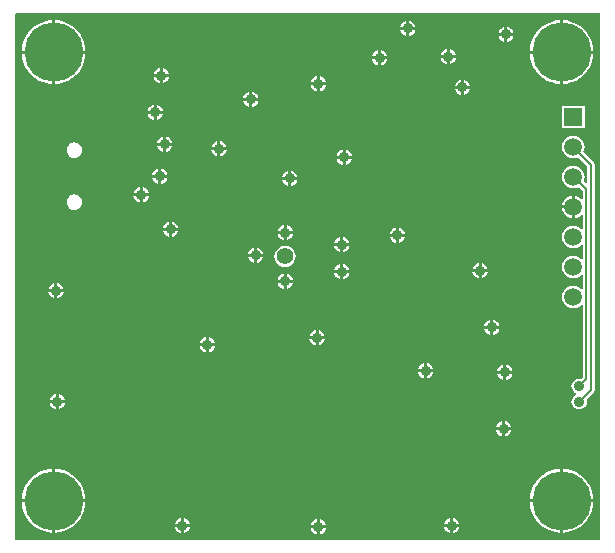
<source format=gbl>
%FSLAX43Y43*%
%MOMM*%
G71*
G01*
G75*
G04 Layer_Physical_Order=2*
G04 Layer_Color=16711680*
G04:AMPARAMS|DCode=10|XSize=1mm|YSize=0.8mm|CornerRadius=0.12mm|HoleSize=0mm|Usage=FLASHONLY|Rotation=270.000|XOffset=0mm|YOffset=0mm|HoleType=Round|Shape=RoundedRectangle|*
%AMROUNDEDRECTD10*
21,1,1.000,0.560,0,0,270.0*
21,1,0.760,0.800,0,0,270.0*
1,1,0.240,-0.280,-0.380*
1,1,0.240,-0.280,0.380*
1,1,0.240,0.280,0.380*
1,1,0.240,0.280,-0.380*
%
%ADD10ROUNDEDRECTD10*%
G04:AMPARAMS|DCode=11|XSize=1mm|YSize=0.8mm|CornerRadius=0.12mm|HoleSize=0mm|Usage=FLASHONLY|Rotation=0.000|XOffset=0mm|YOffset=0mm|HoleType=Round|Shape=RoundedRectangle|*
%AMROUNDEDRECTD11*
21,1,1.000,0.560,0,0,0.0*
21,1,0.760,0.800,0,0,0.0*
1,1,0.240,0.380,-0.280*
1,1,0.240,-0.380,-0.280*
1,1,0.240,-0.380,0.280*
1,1,0.240,0.380,0.280*
%
%ADD11ROUNDEDRECTD11*%
%ADD12R,1.100X0.550*%
%ADD13R,0.550X1.100*%
G04:AMPARAMS|DCode=14|XSize=0.8mm|YSize=3mm|CornerRadius=0.08mm|HoleSize=0mm|Usage=FLASHONLY|Rotation=270.000|XOffset=0mm|YOffset=0mm|HoleType=Round|Shape=RoundedRectangle|*
%AMROUNDEDRECTD14*
21,1,0.800,2.840,0,0,270.0*
21,1,0.640,3.000,0,0,270.0*
1,1,0.160,-1.420,-0.320*
1,1,0.160,-1.420,0.320*
1,1,0.160,1.420,0.320*
1,1,0.160,1.420,-0.320*
%
%ADD14ROUNDEDRECTD14*%
%ADD15R,1.100X0.850*%
G04:AMPARAMS|DCode=16|XSize=2.1mm|YSize=3mm|CornerRadius=0.21mm|HoleSize=0mm|Usage=FLASHONLY|Rotation=270.000|XOffset=0mm|YOffset=0mm|HoleType=Round|Shape=RoundedRectangle|*
%AMROUNDEDRECTD16*
21,1,2.100,2.580,0,0,270.0*
21,1,1.680,3.000,0,0,270.0*
1,1,0.420,-1.290,-0.840*
1,1,0.420,-1.290,0.840*
1,1,0.420,1.290,0.840*
1,1,0.420,1.290,-0.840*
%
%ADD16ROUNDEDRECTD16*%
%ADD17R,3.000X0.800*%
G04:AMPARAMS|DCode=18|XSize=1.8mm|YSize=0.8mm|CornerRadius=0.08mm|HoleSize=0mm|Usage=FLASHONLY|Rotation=180.000|XOffset=0mm|YOffset=0mm|HoleType=Round|Shape=RoundedRectangle|*
%AMROUNDEDRECTD18*
21,1,1.800,0.640,0,0,180.0*
21,1,1.640,0.800,0,0,180.0*
1,1,0.160,-0.820,0.320*
1,1,0.160,0.820,0.320*
1,1,0.160,0.820,-0.320*
1,1,0.160,-0.820,-0.320*
%
%ADD18ROUNDEDRECTD18*%
%ADD19R,4.000X0.500*%
%ADD20R,3.500X2.700*%
%ADD21R,5.000X2.700*%
%ADD22C,0.300*%
%ADD23C,0.200*%
%ADD24C,0.500*%
%ADD25C,5.000*%
%ADD26C,1.500*%
%ADD27C,1.500*%
%ADD28R,1.500X1.500*%
%ADD29C,2.000*%
%ADD30C,0.900*%
%ADD31C,1.400*%
G36*
X149800Y100200D02*
X149800Y100200D01*
X100200D01*
X100200Y144710D01*
X100290Y144800D01*
X149800D01*
Y100200D01*
D02*
G37*
%LPC*%
G36*
X122973Y121973D02*
X122461D01*
X122467Y121930D01*
X122532Y121772D01*
X122636Y121636D01*
X122772Y121532D01*
X122930Y121467D01*
X122973Y121461D01*
Y121973D01*
D02*
G37*
G36*
X123739D02*
X123227D01*
Y121461D01*
X123270Y121467D01*
X123428Y121532D01*
X123564Y121636D01*
X123668Y121772D01*
X123733Y121930D01*
X123739Y121973D01*
D02*
G37*
G36*
X103573Y121939D02*
X103530Y121933D01*
X103372Y121868D01*
X103236Y121764D01*
X103132Y121628D01*
X103067Y121470D01*
X103061Y121427D01*
X103573D01*
Y121939D01*
D02*
G37*
G36*
X103827D02*
Y121427D01*
X104339D01*
X104333Y121470D01*
X104268Y121628D01*
X104164Y121764D01*
X104028Y121868D01*
X103870Y121933D01*
X103827Y121939D01*
D02*
G37*
G36*
X122973Y122739D02*
X122930Y122733D01*
X122772Y122668D01*
X122636Y122564D01*
X122532Y122428D01*
X122467Y122270D01*
X122461Y122227D01*
X122973D01*
Y122739D01*
D02*
G37*
G36*
X128539Y122773D02*
X128027D01*
Y122261D01*
X128070Y122267D01*
X128228Y122332D01*
X128364Y122436D01*
X128468Y122572D01*
X128533Y122730D01*
X128539Y122773D01*
D02*
G37*
G36*
X139473Y122873D02*
X138961D01*
X138967Y122830D01*
X139032Y122672D01*
X139136Y122536D01*
X139272Y122432D01*
X139430Y122367D01*
X139473Y122361D01*
Y122873D01*
D02*
G37*
G36*
X123227Y122739D02*
Y122227D01*
X123739D01*
X123733Y122270D01*
X123668Y122428D01*
X123564Y122564D01*
X123428Y122668D01*
X123270Y122733D01*
X123227Y122739D01*
D02*
G37*
G36*
X127773Y122773D02*
X127261D01*
X127267Y122730D01*
X127332Y122572D01*
X127436Y122436D01*
X127572Y122332D01*
X127730Y122267D01*
X127773Y122261D01*
Y122773D01*
D02*
G37*
G36*
X104339Y121173D02*
X103827D01*
Y120661D01*
X103870Y120667D01*
X104028Y120732D01*
X104164Y120836D01*
X104268Y120972D01*
X104333Y121130D01*
X104339Y121173D01*
D02*
G37*
G36*
X125673Y117939D02*
X125630Y117933D01*
X125472Y117868D01*
X125336Y117764D01*
X125232Y117628D01*
X125167Y117470D01*
X125161Y117427D01*
X125673D01*
Y117939D01*
D02*
G37*
G36*
X125927D02*
Y117427D01*
X126439D01*
X126433Y117470D01*
X126368Y117628D01*
X126264Y117764D01*
X126128Y117868D01*
X125970Y117933D01*
X125927Y117939D01*
D02*
G37*
G36*
X116373Y117339D02*
X116330Y117333D01*
X116172Y117268D01*
X116036Y117164D01*
X115932Y117028D01*
X115867Y116870D01*
X115861Y116827D01*
X116373D01*
Y117339D01*
D02*
G37*
G36*
X116627D02*
Y116827D01*
X117139D01*
X117133Y116870D01*
X117068Y117028D01*
X116964Y117164D01*
X116828Y117268D01*
X116670Y117333D01*
X116627Y117339D01*
D02*
G37*
G36*
X140473Y118073D02*
X139961D01*
X139967Y118030D01*
X140032Y117872D01*
X140136Y117736D01*
X140272Y117632D01*
X140430Y117567D01*
X140473Y117561D01*
Y118073D01*
D02*
G37*
G36*
X140727Y118839D02*
Y118327D01*
X141239D01*
X141233Y118370D01*
X141168Y118528D01*
X141064Y118664D01*
X140928Y118768D01*
X140770Y118833D01*
X140727Y118839D01*
D02*
G37*
G36*
X103573Y121173D02*
X103061D01*
X103067Y121130D01*
X103132Y120972D01*
X103236Y120836D01*
X103372Y120732D01*
X103530Y120667D01*
X103573Y120661D01*
Y121173D01*
D02*
G37*
G36*
X141239Y118073D02*
X140727D01*
Y117561D01*
X140770Y117567D01*
X140928Y117632D01*
X141064Y117736D01*
X141168Y117872D01*
X141233Y118030D01*
X141239Y118073D01*
D02*
G37*
G36*
X140473Y118839D02*
X140430Y118833D01*
X140272Y118768D01*
X140136Y118664D01*
X140032Y118528D01*
X139967Y118370D01*
X139961Y118327D01*
X140473D01*
Y118839D01*
D02*
G37*
G36*
X140239Y122873D02*
X139727D01*
Y122361D01*
X139770Y122367D01*
X139928Y122432D01*
X140064Y122536D01*
X140168Y122672D01*
X140233Y122830D01*
X140239Y122873D01*
D02*
G37*
G36*
X128027Y125839D02*
Y125327D01*
X128539D01*
X128533Y125370D01*
X128468Y125528D01*
X128364Y125664D01*
X128228Y125768D01*
X128070Y125833D01*
X128027Y125839D01*
D02*
G37*
G36*
X132473Y125873D02*
X131961D01*
X131967Y125830D01*
X132032Y125672D01*
X132136Y125536D01*
X132272Y125432D01*
X132430Y125367D01*
X132473Y125361D01*
Y125873D01*
D02*
G37*
G36*
X128539Y125073D02*
X128027D01*
Y124561D01*
X128070Y124567D01*
X128228Y124632D01*
X128364Y124736D01*
X128468Y124872D01*
X128533Y125030D01*
X128539Y125073D01*
D02*
G37*
G36*
X127773Y125839D02*
X127730Y125833D01*
X127572Y125768D01*
X127436Y125664D01*
X127332Y125528D01*
X127267Y125370D01*
X127261Y125327D01*
X127773D01*
Y125839D01*
D02*
G37*
G36*
X133239Y125873D02*
X132727D01*
Y125361D01*
X132770Y125367D01*
X132928Y125432D01*
X133064Y125536D01*
X133168Y125672D01*
X133233Y125830D01*
X133239Y125873D01*
D02*
G37*
G36*
X113273Y126373D02*
X112761D01*
X112767Y126330D01*
X112832Y126172D01*
X112936Y126036D01*
X113072Y125932D01*
X113230Y125867D01*
X113273Y125861D01*
Y126373D01*
D02*
G37*
G36*
X114039D02*
X113527D01*
Y125861D01*
X113570Y125867D01*
X113728Y125932D01*
X113864Y126036D01*
X113968Y126172D01*
X114033Y126330D01*
X114039Y126373D01*
D02*
G37*
G36*
X122973Y126073D02*
X122461D01*
X122467Y126030D01*
X122532Y125872D01*
X122636Y125736D01*
X122772Y125632D01*
X122930Y125567D01*
X122973Y125561D01*
Y126073D01*
D02*
G37*
G36*
X123739D02*
X123227D01*
Y125561D01*
X123270Y125567D01*
X123428Y125632D01*
X123564Y125736D01*
X123668Y125872D01*
X123733Y126030D01*
X123739Y126073D01*
D02*
G37*
G36*
X127773Y125073D02*
X127261D01*
X127267Y125030D01*
X127332Y124872D01*
X127436Y124736D01*
X127572Y124632D01*
X127730Y124567D01*
X127773Y124561D01*
Y125073D01*
D02*
G37*
G36*
X139473Y123639D02*
X139430Y123633D01*
X139272Y123568D01*
X139136Y123464D01*
X139032Y123328D01*
X138967Y123170D01*
X138961Y123127D01*
X139473D01*
Y123639D01*
D02*
G37*
G36*
X139727D02*
Y123127D01*
X140239D01*
X140233Y123170D01*
X140168Y123328D01*
X140064Y123464D01*
X139928Y123568D01*
X139770Y123633D01*
X139727Y123639D01*
D02*
G37*
G36*
X127773Y123539D02*
X127730Y123533D01*
X127572Y123468D01*
X127436Y123364D01*
X127332Y123228D01*
X127267Y123070D01*
X127261Y123027D01*
X127773D01*
Y123539D01*
D02*
G37*
G36*
X128027D02*
Y123027D01*
X128539D01*
X128533Y123070D01*
X128468Y123228D01*
X128364Y123364D01*
X128228Y123468D01*
X128070Y123533D01*
X128027Y123539D01*
D02*
G37*
G36*
X123100Y125108D02*
X122865Y125077D01*
X122646Y124986D01*
X122458Y124842D01*
X122314Y124654D01*
X122223Y124435D01*
X122192Y124200D01*
X122223Y123965D01*
X122314Y123746D01*
X122458Y123558D01*
X122646Y123414D01*
X122865Y123323D01*
X123100Y123292D01*
X123335Y123323D01*
X123554Y123414D01*
X123742Y123558D01*
X123886Y123746D01*
X123977Y123965D01*
X124008Y124200D01*
X123977Y124435D01*
X123886Y124654D01*
X123742Y124842D01*
X123554Y124986D01*
X123335Y125077D01*
X123100Y125108D01*
D02*
G37*
G36*
X120473Y124939D02*
X120430Y124933D01*
X120272Y124868D01*
X120136Y124764D01*
X120032Y124628D01*
X119967Y124470D01*
X119961Y124427D01*
X120473D01*
Y124939D01*
D02*
G37*
G36*
X120727D02*
Y124427D01*
X121239D01*
X121233Y124470D01*
X121168Y124628D01*
X121064Y124764D01*
X120928Y124868D01*
X120770Y124933D01*
X120727Y124939D01*
D02*
G37*
G36*
X120473Y124173D02*
X119961D01*
X119967Y124130D01*
X120032Y123972D01*
X120136Y123836D01*
X120272Y123732D01*
X120430Y123667D01*
X120473Y123661D01*
Y124173D01*
D02*
G37*
G36*
X121239D02*
X120727D01*
Y123661D01*
X120770Y123667D01*
X120928Y123732D01*
X121064Y123836D01*
X121168Y123972D01*
X121233Y124130D01*
X121239Y124173D01*
D02*
G37*
G36*
X126439Y117173D02*
X125927D01*
Y116661D01*
X125970Y116667D01*
X126128Y116732D01*
X126264Y116836D01*
X126368Y116972D01*
X126433Y117130D01*
X126439Y117173D01*
D02*
G37*
G36*
X114273Y102039D02*
X114230Y102033D01*
X114072Y101968D01*
X113936Y101864D01*
X113832Y101728D01*
X113767Y101570D01*
X113761Y101527D01*
X114273D01*
Y102039D01*
D02*
G37*
G36*
X114527D02*
Y101527D01*
X115039D01*
X115033Y101570D01*
X114968Y101728D01*
X114864Y101864D01*
X114728Y101968D01*
X114570Y102033D01*
X114527Y102039D01*
D02*
G37*
G36*
X125773Y101939D02*
X125730Y101933D01*
X125572Y101868D01*
X125436Y101764D01*
X125332Y101628D01*
X125267Y101470D01*
X125261Y101427D01*
X125773D01*
Y101939D01*
D02*
G37*
G36*
X126027D02*
Y101427D01*
X126539D01*
X126533Y101470D01*
X126468Y101628D01*
X126364Y101764D01*
X126228Y101868D01*
X126070Y101933D01*
X126027Y101939D01*
D02*
G37*
G36*
X137073Y102039D02*
X137030Y102033D01*
X136872Y101968D01*
X136736Y101864D01*
X136632Y101728D01*
X136567Y101570D01*
X136561Y101527D01*
X137073D01*
Y102039D01*
D02*
G37*
G36*
X103627Y106198D02*
Y103627D01*
X106198D01*
X106175Y103924D01*
X106076Y104337D01*
X105913Y104730D01*
X105691Y105092D01*
X105415Y105415D01*
X105092Y105691D01*
X104730Y105913D01*
X104337Y106076D01*
X103924Y106175D01*
X103627Y106198D01*
D02*
G37*
G36*
X146373D02*
X146076Y106175D01*
X145663Y106076D01*
X145270Y105913D01*
X144908Y105691D01*
X144585Y105415D01*
X144309Y105092D01*
X144087Y104730D01*
X143924Y104337D01*
X143825Y103924D01*
X143802Y103627D01*
X146373D01*
Y106198D01*
D02*
G37*
G36*
X137327Y102039D02*
Y101527D01*
X137839D01*
X137833Y101570D01*
X137768Y101728D01*
X137664Y101864D01*
X137528Y101968D01*
X137370Y102033D01*
X137327Y102039D01*
D02*
G37*
G36*
X103373Y106198D02*
X103076Y106175D01*
X102663Y106076D01*
X102270Y105913D01*
X101908Y105691D01*
X101585Y105415D01*
X101309Y105092D01*
X101087Y104730D01*
X100924Y104337D01*
X100825Y103924D01*
X100802Y103627D01*
X103373D01*
Y106198D01*
D02*
G37*
G36*
X149198Y103373D02*
X146627D01*
Y100802D01*
X146924Y100825D01*
X147337Y100924D01*
X147730Y101087D01*
X148092Y101309D01*
X148415Y101585D01*
X148691Y101908D01*
X148913Y102270D01*
X149076Y102663D01*
X149175Y103076D01*
X149198Y103373D01*
D02*
G37*
G36*
X114273Y101273D02*
X113761D01*
X113767Y101230D01*
X113832Y101072D01*
X113936Y100936D01*
X114072Y100832D01*
X114230Y100767D01*
X114273Y100761D01*
Y101273D01*
D02*
G37*
G36*
X115039D02*
X114527D01*
Y100761D01*
X114570Y100767D01*
X114728Y100832D01*
X114864Y100936D01*
X114968Y101072D01*
X115033Y101230D01*
X115039Y101273D01*
D02*
G37*
G36*
X125773Y101173D02*
X125261D01*
X125267Y101130D01*
X125332Y100972D01*
X125436Y100836D01*
X125572Y100732D01*
X125730Y100667D01*
X125773Y100661D01*
Y101173D01*
D02*
G37*
G36*
X126539D02*
X126027D01*
Y100661D01*
X126070Y100667D01*
X126228Y100732D01*
X126364Y100836D01*
X126468Y100972D01*
X126533Y101130D01*
X126539Y101173D01*
D02*
G37*
G36*
X137073Y101273D02*
X136561D01*
X136567Y101230D01*
X136632Y101072D01*
X136736Y100936D01*
X136872Y100832D01*
X137030Y100767D01*
X137073Y100761D01*
Y101273D01*
D02*
G37*
G36*
X106198Y103373D02*
X103627D01*
Y100802D01*
X103924Y100825D01*
X104337Y100924D01*
X104730Y101087D01*
X105092Y101309D01*
X105415Y101585D01*
X105691Y101908D01*
X105913Y102270D01*
X106076Y102663D01*
X106175Y103076D01*
X106198Y103373D01*
D02*
G37*
G36*
X146373D02*
X143802D01*
X143825Y103076D01*
X143924Y102663D01*
X144087Y102270D01*
X144309Y101908D01*
X144585Y101585D01*
X144908Y101309D01*
X145270Y101087D01*
X145663Y100924D01*
X146076Y100825D01*
X146373Y100802D01*
Y103373D01*
D02*
G37*
G36*
X137839Y101273D02*
X137327D01*
Y100761D01*
X137370Y100767D01*
X137528Y100832D01*
X137664Y100936D01*
X137768Y101072D01*
X137833Y101230D01*
X137839Y101273D01*
D02*
G37*
G36*
X103373Y103373D02*
X100802D01*
X100825Y103076D01*
X100924Y102663D01*
X101087Y102270D01*
X101309Y101908D01*
X101585Y101585D01*
X101908Y101309D01*
X102270Y101087D01*
X102663Y100924D01*
X103076Y100825D01*
X103373Y100802D01*
Y103373D01*
D02*
G37*
G36*
X146627Y106198D02*
Y103627D01*
X149198D01*
X149175Y103924D01*
X149076Y104337D01*
X148913Y104730D01*
X148691Y105092D01*
X148415Y105415D01*
X148092Y105691D01*
X147730Y105913D01*
X147337Y106076D01*
X146924Y106175D01*
X146627Y106198D01*
D02*
G37*
G36*
X141573Y115039D02*
X141530Y115033D01*
X141372Y114968D01*
X141236Y114864D01*
X141132Y114728D01*
X141067Y114570D01*
X141061Y114527D01*
X141573D01*
Y115039D01*
D02*
G37*
G36*
X141827D02*
Y114527D01*
X142339D01*
X142333Y114570D01*
X142268Y114728D01*
X142164Y114864D01*
X142028Y114968D01*
X141870Y115033D01*
X141827Y115039D01*
D02*
G37*
G36*
X134873Y114373D02*
X134361D01*
X134367Y114330D01*
X134432Y114172D01*
X134536Y114036D01*
X134672Y113932D01*
X134830Y113867D01*
X134873Y113861D01*
Y114373D01*
D02*
G37*
G36*
X135639D02*
X135127D01*
Y113861D01*
X135170Y113867D01*
X135328Y113932D01*
X135464Y114036D01*
X135568Y114172D01*
X135633Y114330D01*
X135639Y114373D01*
D02*
G37*
G36*
X134873Y115139D02*
X134830Y115133D01*
X134672Y115068D01*
X134536Y114964D01*
X134432Y114828D01*
X134367Y114670D01*
X134361Y114627D01*
X134873D01*
Y115139D01*
D02*
G37*
G36*
X117139Y116573D02*
X116627D01*
Y116061D01*
X116670Y116067D01*
X116828Y116132D01*
X116964Y116236D01*
X117068Y116372D01*
X117133Y116530D01*
X117139Y116573D01*
D02*
G37*
G36*
X125673Y117173D02*
X125161D01*
X125167Y117130D01*
X125232Y116972D01*
X125336Y116836D01*
X125472Y116732D01*
X125630Y116667D01*
X125673Y116661D01*
Y117173D01*
D02*
G37*
G36*
X135127Y115139D02*
Y114627D01*
X135639D01*
X135633Y114670D01*
X135568Y114828D01*
X135464Y114964D01*
X135328Y115068D01*
X135170Y115133D01*
X135127Y115139D01*
D02*
G37*
G36*
X116373Y116573D02*
X115861D01*
X115867Y116530D01*
X115932Y116372D01*
X116036Y116236D01*
X116172Y116132D01*
X116330Y116067D01*
X116373Y116061D01*
Y116573D01*
D02*
G37*
G36*
X142339Y114273D02*
X141827D01*
Y113761D01*
X141870Y113767D01*
X142028Y113832D01*
X142164Y113936D01*
X142268Y114072D01*
X142333Y114230D01*
X142339Y114273D01*
D02*
G37*
G36*
X141473Y110239D02*
X141430Y110233D01*
X141272Y110168D01*
X141136Y110064D01*
X141032Y109928D01*
X140967Y109770D01*
X140961Y109727D01*
X141473D01*
Y110239D01*
D02*
G37*
G36*
X141727D02*
Y109727D01*
X142239D01*
X142233Y109770D01*
X142168Y109928D01*
X142064Y110064D01*
X141928Y110168D01*
X141770Y110233D01*
X141727Y110239D01*
D02*
G37*
G36*
X141473Y109473D02*
X140961D01*
X140967Y109430D01*
X141032Y109272D01*
X141136Y109136D01*
X141272Y109032D01*
X141430Y108967D01*
X141473Y108961D01*
Y109473D01*
D02*
G37*
G36*
X142239D02*
X141727D01*
Y108961D01*
X141770Y108967D01*
X141928Y109032D01*
X142064Y109136D01*
X142168Y109272D01*
X142233Y109430D01*
X142239Y109473D01*
D02*
G37*
G36*
X103673Y111773D02*
X103161D01*
X103167Y111730D01*
X103232Y111572D01*
X103336Y111436D01*
X103472Y111332D01*
X103630Y111267D01*
X103673Y111261D01*
Y111773D01*
D02*
G37*
G36*
X103927Y112539D02*
Y112027D01*
X104439D01*
X104433Y112070D01*
X104368Y112228D01*
X104264Y112364D01*
X104128Y112468D01*
X103970Y112533D01*
X103927Y112539D01*
D02*
G37*
G36*
X141573Y114273D02*
X141061D01*
X141067Y114230D01*
X141132Y114072D01*
X141236Y113936D01*
X141372Y113832D01*
X141530Y113767D01*
X141573Y113761D01*
Y114273D01*
D02*
G37*
G36*
X104439Y111773D02*
X103927D01*
Y111261D01*
X103970Y111267D01*
X104128Y111332D01*
X104264Y111436D01*
X104368Y111572D01*
X104433Y111730D01*
X104439Y111773D01*
D02*
G37*
G36*
X103673Y112539D02*
X103630Y112533D01*
X103472Y112468D01*
X103336Y112364D01*
X103232Y112228D01*
X103167Y112070D01*
X103161Y112027D01*
X103673D01*
Y112539D01*
D02*
G37*
G36*
X149198Y141373D02*
X146627D01*
Y138802D01*
X146924Y138825D01*
X147337Y138924D01*
X147730Y139087D01*
X148092Y139309D01*
X148415Y139585D01*
X148691Y139908D01*
X148913Y140270D01*
X149076Y140663D01*
X149175Y141076D01*
X149198Y141373D01*
D02*
G37*
G36*
X112473Y139373D02*
X111961D01*
X111967Y139330D01*
X112032Y139172D01*
X112136Y139036D01*
X112272Y138932D01*
X112430Y138867D01*
X112473Y138861D01*
Y139373D01*
D02*
G37*
G36*
X146373Y141373D02*
X143802D01*
X143825Y141076D01*
X143924Y140663D01*
X144087Y140270D01*
X144309Y139908D01*
X144585Y139585D01*
X144908Y139309D01*
X145270Y139087D01*
X145663Y138924D01*
X146076Y138825D01*
X146373Y138802D01*
Y141373D01*
D02*
G37*
G36*
X103373D02*
X100802D01*
X100825Y141076D01*
X100924Y140663D01*
X101087Y140270D01*
X101309Y139908D01*
X101585Y139585D01*
X101908Y139309D01*
X102270Y139087D01*
X102663Y138924D01*
X103076Y138825D01*
X103373Y138802D01*
Y141373D01*
D02*
G37*
G36*
X106198D02*
X103627D01*
Y138802D01*
X103924Y138825D01*
X104337Y138924D01*
X104730Y139087D01*
X105092Y139309D01*
X105415Y139585D01*
X105691Y139908D01*
X105913Y140270D01*
X106076Y140663D01*
X106175Y141076D01*
X106198Y141373D01*
D02*
G37*
G36*
X112473Y140139D02*
X112430Y140133D01*
X112272Y140068D01*
X112136Y139964D01*
X112032Y139828D01*
X111967Y139670D01*
X111961Y139627D01*
X112473D01*
Y140139D01*
D02*
G37*
G36*
X112727D02*
Y139627D01*
X113239D01*
X113233Y139670D01*
X113168Y139828D01*
X113064Y139964D01*
X112928Y140068D01*
X112770Y140133D01*
X112727Y140139D01*
D02*
G37*
G36*
X126027Y139439D02*
Y138927D01*
X126539D01*
X126533Y138970D01*
X126468Y139128D01*
X126364Y139264D01*
X126228Y139368D01*
X126070Y139433D01*
X126027Y139439D01*
D02*
G37*
G36*
X113239Y139373D02*
X112727D01*
Y138861D01*
X112770Y138867D01*
X112928Y138932D01*
X113064Y139036D01*
X113168Y139172D01*
X113233Y139330D01*
X113239Y139373D01*
D02*
G37*
G36*
X125773Y139439D02*
X125730Y139433D01*
X125572Y139368D01*
X125436Y139264D01*
X125332Y139128D01*
X125267Y138970D01*
X125261Y138927D01*
X125773D01*
Y139439D01*
D02*
G37*
G36*
X120327Y138139D02*
Y137627D01*
X120839D01*
X120833Y137670D01*
X120768Y137828D01*
X120664Y137964D01*
X120528Y138068D01*
X120370Y138133D01*
X120327Y138139D01*
D02*
G37*
G36*
X137973Y138373D02*
X137461D01*
X137467Y138330D01*
X137532Y138172D01*
X137636Y138036D01*
X137772Y137932D01*
X137930Y137867D01*
X137973Y137861D01*
Y138373D01*
D02*
G37*
G36*
X120073Y138139D02*
X120030Y138133D01*
X119872Y138068D01*
X119736Y137964D01*
X119632Y137828D01*
X119567Y137670D01*
X119561Y137627D01*
X120073D01*
Y138139D01*
D02*
G37*
G36*
Y137373D02*
X119561D01*
X119567Y137330D01*
X119632Y137172D01*
X119736Y137036D01*
X119872Y136932D01*
X120030Y136867D01*
X120073Y136861D01*
Y137373D01*
D02*
G37*
G36*
X120839D02*
X120327D01*
Y136861D01*
X120370Y136867D01*
X120528Y136932D01*
X120664Y137036D01*
X120768Y137172D01*
X120833Y137330D01*
X120839Y137373D01*
D02*
G37*
G36*
X137973Y139139D02*
X137930Y139133D01*
X137772Y139068D01*
X137636Y138964D01*
X137532Y138828D01*
X137467Y138670D01*
X137461Y138627D01*
X137973D01*
Y139139D01*
D02*
G37*
G36*
X138227D02*
Y138627D01*
X138739D01*
X138733Y138670D01*
X138668Y138828D01*
X138564Y138964D01*
X138428Y139068D01*
X138270Y139133D01*
X138227Y139139D01*
D02*
G37*
G36*
X126539Y138673D02*
X126027D01*
Y138161D01*
X126070Y138167D01*
X126228Y138232D01*
X126364Y138336D01*
X126468Y138472D01*
X126533Y138630D01*
X126539Y138673D01*
D02*
G37*
G36*
X138739Y138373D02*
X138227D01*
Y137861D01*
X138270Y137867D01*
X138428Y137932D01*
X138564Y138036D01*
X138668Y138172D01*
X138733Y138330D01*
X138739Y138373D01*
D02*
G37*
G36*
X125773Y138673D02*
X125261D01*
X125267Y138630D01*
X125332Y138472D01*
X125436Y138336D01*
X125572Y138232D01*
X125730Y138167D01*
X125773Y138161D01*
Y138673D01*
D02*
G37*
G36*
X142439Y142873D02*
X141927D01*
Y142361D01*
X141970Y142367D01*
X142128Y142432D01*
X142264Y142536D01*
X142368Y142672D01*
X142433Y142830D01*
X142439Y142873D01*
D02*
G37*
G36*
X133373Y143373D02*
X132861D01*
X132867Y143330D01*
X132932Y143172D01*
X133036Y143036D01*
X133172Y142932D01*
X133330Y142867D01*
X133373Y142861D01*
Y143373D01*
D02*
G37*
G36*
X141673Y142873D02*
X141161D01*
X141167Y142830D01*
X141232Y142672D01*
X141336Y142536D01*
X141472Y142432D01*
X141630Y142367D01*
X141673Y142361D01*
Y142873D01*
D02*
G37*
G36*
X146373Y144198D02*
X146076Y144175D01*
X145663Y144076D01*
X145270Y143913D01*
X144908Y143691D01*
X144585Y143415D01*
X144309Y143092D01*
X144087Y142730D01*
X143924Y142337D01*
X143825Y141924D01*
X143802Y141627D01*
X146373D01*
Y144198D01*
D02*
G37*
G36*
X146627D02*
Y141627D01*
X149198D01*
X149175Y141924D01*
X149076Y142337D01*
X148913Y142730D01*
X148691Y143092D01*
X148415Y143415D01*
X148092Y143691D01*
X147730Y143913D01*
X147337Y144076D01*
X146924Y144175D01*
X146627Y144198D01*
D02*
G37*
G36*
X133373Y144139D02*
X133330Y144133D01*
X133172Y144068D01*
X133036Y143964D01*
X132932Y143828D01*
X132867Y143670D01*
X132861Y143627D01*
X133373D01*
Y144139D01*
D02*
G37*
G36*
X133627D02*
Y143627D01*
X134139D01*
X134133Y143670D01*
X134068Y143828D01*
X133964Y143964D01*
X133828Y144068D01*
X133670Y144133D01*
X133627Y144139D01*
D02*
G37*
G36*
X141927Y143639D02*
Y143127D01*
X142439D01*
X142433Y143170D01*
X142368Y143328D01*
X142264Y143464D01*
X142128Y143568D01*
X141970Y143633D01*
X141927Y143639D01*
D02*
G37*
G36*
X134139Y143373D02*
X133627D01*
Y142861D01*
X133670Y142867D01*
X133828Y142932D01*
X133964Y143036D01*
X134068Y143172D01*
X134133Y143330D01*
X134139Y143373D01*
D02*
G37*
G36*
X141673Y143639D02*
X141630Y143633D01*
X141472Y143568D01*
X141336Y143464D01*
X141232Y143328D01*
X141167Y143170D01*
X141161Y143127D01*
X141673D01*
Y143639D01*
D02*
G37*
G36*
X137539Y140973D02*
X137027D01*
Y140461D01*
X137070Y140467D01*
X137228Y140532D01*
X137364Y140636D01*
X137468Y140772D01*
X137533Y140930D01*
X137539Y140973D01*
D02*
G37*
G36*
X130973Y141639D02*
X130930Y141633D01*
X130772Y141568D01*
X130636Y141464D01*
X130532Y141328D01*
X130467Y141170D01*
X130461Y141127D01*
X130973D01*
Y141639D01*
D02*
G37*
G36*
X136773Y140973D02*
X136261D01*
X136267Y140930D01*
X136332Y140772D01*
X136436Y140636D01*
X136572Y140532D01*
X136730Y140467D01*
X136773Y140461D01*
Y140973D01*
D02*
G37*
G36*
X130973Y140873D02*
X130461D01*
X130467Y140830D01*
X130532Y140672D01*
X130636Y140536D01*
X130772Y140432D01*
X130930Y140367D01*
X130973Y140361D01*
Y140873D01*
D02*
G37*
G36*
X131739D02*
X131227D01*
Y140361D01*
X131270Y140367D01*
X131428Y140432D01*
X131564Y140536D01*
X131668Y140672D01*
X131733Y140830D01*
X131739Y140873D01*
D02*
G37*
G36*
X103373Y144198D02*
X103076Y144175D01*
X102663Y144076D01*
X102270Y143913D01*
X101908Y143691D01*
X101585Y143415D01*
X101309Y143092D01*
X101087Y142730D01*
X100924Y142337D01*
X100825Y141924D01*
X100802Y141627D01*
X103373D01*
Y144198D01*
D02*
G37*
G36*
X103627D02*
Y141627D01*
X106198D01*
X106175Y141924D01*
X106076Y142337D01*
X105913Y142730D01*
X105691Y143092D01*
X105415Y143415D01*
X105092Y143691D01*
X104730Y143913D01*
X104337Y144076D01*
X103924Y144175D01*
X103627Y144198D01*
D02*
G37*
G36*
X137027Y141739D02*
Y141227D01*
X137539D01*
X137533Y141270D01*
X137468Y141428D01*
X137364Y141564D01*
X137228Y141668D01*
X137070Y141733D01*
X137027Y141739D01*
D02*
G37*
G36*
X131227Y141639D02*
Y141127D01*
X131739D01*
X131733Y141170D01*
X131668Y141328D01*
X131564Y141464D01*
X131428Y141568D01*
X131270Y141633D01*
X131227Y141639D01*
D02*
G37*
G36*
X136773Y141739D02*
X136730Y141733D01*
X136572Y141668D01*
X136436Y141564D01*
X136332Y141428D01*
X136267Y141270D01*
X136261Y141227D01*
X136773D01*
Y141739D01*
D02*
G37*
G36*
X123373Y130673D02*
X122861D01*
X122867Y130630D01*
X122932Y130472D01*
X123036Y130336D01*
X123172Y130232D01*
X123330Y130167D01*
X123373Y130161D01*
Y130673D01*
D02*
G37*
G36*
X124139D02*
X123627D01*
Y130161D01*
X123670Y130167D01*
X123828Y130232D01*
X123964Y130336D01*
X124068Y130472D01*
X124133Y130630D01*
X124139Y130673D01*
D02*
G37*
G36*
X111027Y130039D02*
Y129527D01*
X111539D01*
X111533Y129570D01*
X111468Y129728D01*
X111364Y129864D01*
X111228Y129968D01*
X111070Y130033D01*
X111027Y130039D01*
D02*
G37*
G36*
X111539Y129273D02*
X111027D01*
Y128761D01*
X111070Y128767D01*
X111228Y128832D01*
X111364Y128936D01*
X111468Y129072D01*
X111533Y129230D01*
X111539Y129273D01*
D02*
G37*
G36*
X110773Y130039D02*
X110730Y130033D01*
X110572Y129968D01*
X110436Y129864D01*
X110332Y129728D01*
X110267Y129570D01*
X110261Y129527D01*
X110773D01*
Y130039D01*
D02*
G37*
G36*
X123373Y131439D02*
X123330Y131433D01*
X123172Y131368D01*
X123036Y131264D01*
X122932Y131128D01*
X122867Y130970D01*
X122861Y130927D01*
X123373D01*
Y131439D01*
D02*
G37*
G36*
X123627D02*
Y130927D01*
X124139D01*
X124133Y130970D01*
X124068Y131128D01*
X123964Y131264D01*
X123828Y131368D01*
X123670Y131433D01*
X123627Y131439D01*
D02*
G37*
G36*
X113139Y130873D02*
X112627D01*
Y130361D01*
X112670Y130367D01*
X112828Y130432D01*
X112964Y130536D01*
X113068Y130672D01*
X113133Y130830D01*
X113139Y130873D01*
D02*
G37*
G36*
X147500Y134418D02*
X147252Y134386D01*
X147021Y134290D01*
X146822Y134138D01*
X146670Y133939D01*
X146574Y133708D01*
X146542Y133460D01*
X146574Y133212D01*
X146670Y132981D01*
X146822Y132782D01*
X147021Y132630D01*
X147252Y132534D01*
X147500Y132502D01*
X147748Y132534D01*
X147921Y132606D01*
X148694Y131833D01*
Y130404D01*
X148577Y130356D01*
X148377Y130555D01*
X148426Y130672D01*
X148458Y130920D01*
X148426Y131168D01*
X148330Y131399D01*
X148178Y131598D01*
X147979Y131750D01*
X147748Y131846D01*
X147500Y131878D01*
X147252Y131846D01*
X147021Y131750D01*
X146822Y131598D01*
X146670Y131399D01*
X146574Y131168D01*
X146542Y130920D01*
X146574Y130672D01*
X146670Y130441D01*
X146822Y130242D01*
X147021Y130090D01*
X147252Y129994D01*
X147500Y129962D01*
X147748Y129994D01*
X147978Y130090D01*
X148294Y129773D01*
Y129097D01*
X148178Y129058D01*
X147979Y129210D01*
X147748Y129306D01*
X147627Y129321D01*
Y128380D01*
Y127439D01*
X147748Y127454D01*
X147979Y127550D01*
X148178Y127702D01*
X148294Y127663D01*
Y126557D01*
X148178Y126518D01*
X147979Y126670D01*
X147748Y126766D01*
X147500Y126798D01*
X147252Y126766D01*
X147021Y126670D01*
X146822Y126518D01*
X146670Y126319D01*
X146574Y126088D01*
X146542Y125840D01*
X146574Y125592D01*
X146670Y125361D01*
X146822Y125162D01*
X147021Y125010D01*
X147252Y124914D01*
X147500Y124882D01*
X147748Y124914D01*
X147979Y125010D01*
X148178Y125162D01*
X148294Y125123D01*
Y124017D01*
X148178Y123978D01*
X147979Y124130D01*
X147748Y124226D01*
X147500Y124258D01*
X147252Y124226D01*
X147021Y124130D01*
X146822Y123978D01*
X146670Y123779D01*
X146574Y123548D01*
X146542Y123300D01*
X146574Y123052D01*
X146670Y122821D01*
X146822Y122622D01*
X147021Y122470D01*
X147252Y122374D01*
X147500Y122342D01*
X147748Y122374D01*
X147979Y122470D01*
X148178Y122622D01*
X148294Y122583D01*
Y121477D01*
X148178Y121438D01*
X147979Y121590D01*
X147748Y121686D01*
X147500Y121718D01*
X147252Y121686D01*
X147021Y121590D01*
X146822Y121438D01*
X146670Y121239D01*
X146574Y121008D01*
X146542Y120760D01*
X146574Y120512D01*
X146670Y120281D01*
X146822Y120082D01*
X147021Y119930D01*
X147252Y119834D01*
X147500Y119802D01*
X147748Y119834D01*
X147979Y119930D01*
X148178Y120082D01*
X148294Y120043D01*
Y113927D01*
X148192Y113824D01*
X148170Y113833D01*
X148000Y113856D01*
X147830Y113833D01*
X147672Y113768D01*
X147536Y113664D01*
X147432Y113528D01*
X147367Y113370D01*
X147344Y113200D01*
X147367Y113030D01*
X147432Y112872D01*
X147536Y112736D01*
X147672Y112632D01*
X147717Y112614D01*
Y112487D01*
X147672Y112468D01*
X147536Y112364D01*
X147432Y112228D01*
X147367Y112070D01*
X147344Y111900D01*
X147367Y111730D01*
X147432Y111572D01*
X147536Y111436D01*
X147672Y111332D01*
X147830Y111267D01*
X148000Y111244D01*
X148170Y111267D01*
X148328Y111332D01*
X148464Y111436D01*
X148568Y111572D01*
X148633Y111730D01*
X148656Y111900D01*
X148633Y112070D01*
X148624Y112092D01*
X149216Y112684D01*
X149283Y112783D01*
X149306Y112900D01*
X149306Y112900D01*
Y131960D01*
X149283Y132077D01*
X149216Y132176D01*
X149216Y132176D01*
X148354Y133039D01*
X148426Y133212D01*
X148458Y133460D01*
X148426Y133708D01*
X148330Y133939D01*
X148178Y134138D01*
X147979Y134290D01*
X147748Y134386D01*
X147500Y134418D01*
D02*
G37*
G36*
X112373Y130873D02*
X111861D01*
X111867Y130830D01*
X111932Y130672D01*
X112036Y130536D01*
X112172Y130432D01*
X112330Y130367D01*
X112373Y130361D01*
Y130873D01*
D02*
G37*
G36*
X123227Y126839D02*
Y126327D01*
X123739D01*
X123733Y126370D01*
X123668Y126528D01*
X123564Y126664D01*
X123428Y126768D01*
X123270Y126833D01*
X123227Y126839D01*
D02*
G37*
G36*
X113273Y127139D02*
X113230Y127133D01*
X113072Y127068D01*
X112936Y126964D01*
X112832Y126828D01*
X112767Y126670D01*
X112761Y126627D01*
X113273D01*
Y127139D01*
D02*
G37*
G36*
X122973Y126839D02*
X122930Y126833D01*
X122772Y126768D01*
X122636Y126664D01*
X122532Y126528D01*
X122467Y126370D01*
X122461Y126327D01*
X122973D01*
Y126839D01*
D02*
G37*
G36*
X132473Y126639D02*
X132430Y126633D01*
X132272Y126568D01*
X132136Y126464D01*
X132032Y126328D01*
X131967Y126170D01*
X131961Y126127D01*
X132473D01*
Y126639D01*
D02*
G37*
G36*
X132727D02*
Y126127D01*
X133239D01*
X133233Y126170D01*
X133168Y126328D01*
X133064Y126464D01*
X132928Y126568D01*
X132770Y126633D01*
X132727Y126639D01*
D02*
G37*
G36*
X147373Y129321D02*
X147252Y129306D01*
X147021Y129210D01*
X146822Y129058D01*
X146670Y128859D01*
X146574Y128628D01*
X146559Y128507D01*
X147373D01*
Y129321D01*
D02*
G37*
G36*
X110773Y129273D02*
X110261D01*
X110267Y129230D01*
X110332Y129072D01*
X110436Y128936D01*
X110572Y128832D01*
X110730Y128767D01*
X110773Y128761D01*
Y129273D01*
D02*
G37*
G36*
X105250Y129456D02*
X105080Y129433D01*
X104922Y129368D01*
X104786Y129264D01*
X104682Y129128D01*
X104617Y128970D01*
X104594Y128800D01*
X104617Y128630D01*
X104682Y128472D01*
X104786Y128336D01*
X104922Y128232D01*
X105080Y128167D01*
X105250Y128144D01*
X105420Y128167D01*
X105578Y128232D01*
X105714Y128336D01*
X105818Y128472D01*
X105883Y128630D01*
X105906Y128800D01*
X105883Y128970D01*
X105818Y129128D01*
X105714Y129264D01*
X105578Y129368D01*
X105420Y129433D01*
X105250Y129456D01*
D02*
G37*
G36*
X113527Y127139D02*
Y126627D01*
X114039D01*
X114033Y126670D01*
X113968Y126828D01*
X113864Y126964D01*
X113728Y127068D01*
X113570Y127133D01*
X113527Y127139D01*
D02*
G37*
G36*
X147373Y128253D02*
X146559D01*
X146574Y128132D01*
X146670Y127901D01*
X146822Y127702D01*
X147021Y127550D01*
X147252Y127454D01*
X147373Y127439D01*
Y128253D01*
D02*
G37*
G36*
X112773Y134339D02*
X112730Y134333D01*
X112572Y134268D01*
X112436Y134164D01*
X112332Y134028D01*
X112267Y133870D01*
X112261Y133827D01*
X112773D01*
Y134339D01*
D02*
G37*
G36*
X113027D02*
Y133827D01*
X113539D01*
X113533Y133870D01*
X113468Y134028D01*
X113364Y134164D01*
X113228Y134268D01*
X113070Y134333D01*
X113027Y134339D01*
D02*
G37*
G36*
X117627Y133939D02*
Y133427D01*
X118139D01*
X118133Y133470D01*
X118068Y133628D01*
X117964Y133764D01*
X117828Y133868D01*
X117670Y133933D01*
X117627Y133939D01*
D02*
G37*
G36*
X113539Y133573D02*
X113027D01*
Y133061D01*
X113070Y133067D01*
X113228Y133132D01*
X113364Y133236D01*
X113468Y133372D01*
X113533Y133530D01*
X113539Y133573D01*
D02*
G37*
G36*
X117373Y133939D02*
X117330Y133933D01*
X117172Y133868D01*
X117036Y133764D01*
X116932Y133628D01*
X116867Y133470D01*
X116861Y133427D01*
X117373D01*
Y133939D01*
D02*
G37*
G36*
X111973Y137039D02*
X111930Y137033D01*
X111772Y136968D01*
X111636Y136864D01*
X111532Y136728D01*
X111467Y136570D01*
X111461Y136527D01*
X111973D01*
Y137039D01*
D02*
G37*
G36*
X112227D02*
Y136527D01*
X112739D01*
X112733Y136570D01*
X112668Y136728D01*
X112564Y136864D01*
X112428Y136968D01*
X112270Y137033D01*
X112227Y137039D01*
D02*
G37*
G36*
X112739Y136273D02*
X112227D01*
Y135761D01*
X112270Y135767D01*
X112428Y135832D01*
X112564Y135936D01*
X112668Y136072D01*
X112733Y136230D01*
X112739Y136273D01*
D02*
G37*
G36*
X148450Y136950D02*
X146550D01*
Y135050D01*
X148450D01*
Y136950D01*
D02*
G37*
G36*
X111973Y136273D02*
X111461D01*
X111467Y136230D01*
X111532Y136072D01*
X111636Y135936D01*
X111772Y135832D01*
X111930Y135767D01*
X111973Y135761D01*
Y136273D01*
D02*
G37*
G36*
X128739Y132473D02*
X128227D01*
Y131961D01*
X128270Y131967D01*
X128428Y132032D01*
X128564Y132136D01*
X128668Y132272D01*
X128733Y132430D01*
X128739Y132473D01*
D02*
G37*
G36*
X105250Y133856D02*
X105080Y133833D01*
X104922Y133768D01*
X104786Y133664D01*
X104682Y133528D01*
X104617Y133370D01*
X104594Y133200D01*
X104617Y133030D01*
X104682Y132872D01*
X104786Y132736D01*
X104922Y132632D01*
X105080Y132567D01*
X105250Y132544D01*
X105420Y132567D01*
X105578Y132632D01*
X105714Y132736D01*
X105818Y132872D01*
X105883Y133030D01*
X105906Y133200D01*
X105883Y133370D01*
X105818Y133528D01*
X105714Y133664D01*
X105578Y133768D01*
X105420Y133833D01*
X105250Y133856D01*
D02*
G37*
G36*
X127973Y132473D02*
X127461D01*
X127467Y132430D01*
X127532Y132272D01*
X127636Y132136D01*
X127772Y132032D01*
X127930Y131967D01*
X127973Y131961D01*
Y132473D01*
D02*
G37*
G36*
X112373Y131639D02*
X112330Y131633D01*
X112172Y131568D01*
X112036Y131464D01*
X111932Y131328D01*
X111867Y131170D01*
X111861Y131127D01*
X112373D01*
Y131639D01*
D02*
G37*
G36*
X112627D02*
Y131127D01*
X113139D01*
X113133Y131170D01*
X113068Y131328D01*
X112964Y131464D01*
X112828Y131568D01*
X112670Y131633D01*
X112627Y131639D01*
D02*
G37*
G36*
X128227Y133239D02*
Y132727D01*
X128739D01*
X128733Y132770D01*
X128668Y132928D01*
X128564Y133064D01*
X128428Y133168D01*
X128270Y133233D01*
X128227Y133239D01*
D02*
G37*
G36*
X112773Y133573D02*
X112261D01*
X112267Y133530D01*
X112332Y133372D01*
X112436Y133236D01*
X112572Y133132D01*
X112730Y133067D01*
X112773Y133061D01*
Y133573D01*
D02*
G37*
G36*
X127973Y133239D02*
X127930Y133233D01*
X127772Y133168D01*
X127636Y133064D01*
X127532Y132928D01*
X127467Y132770D01*
X127461Y132727D01*
X127973D01*
Y133239D01*
D02*
G37*
G36*
X117373Y133173D02*
X116861D01*
X116867Y133130D01*
X116932Y132972D01*
X117036Y132836D01*
X117172Y132732D01*
X117330Y132667D01*
X117373Y132661D01*
Y133173D01*
D02*
G37*
G36*
X118139D02*
X117627D01*
Y132661D01*
X117670Y132667D01*
X117828Y132732D01*
X117964Y132836D01*
X118068Y132972D01*
X118133Y133130D01*
X118139Y133173D01*
D02*
G37*
%LPD*%
D23*
X147500Y130920D02*
X147580D01*
X148600Y129900D01*
X147500Y133460D02*
X149000Y131960D01*
X148000Y113200D02*
X148600Y113800D01*
Y129900D01*
X148000Y111900D02*
X149000Y112900D01*
Y131960D01*
D25*
X146500Y103500D02*
D03*
Y141500D02*
D03*
X103500Y103500D02*
D03*
Y141500D02*
D03*
D26*
X147500Y123300D02*
D03*
Y128380D02*
D03*
Y133460D02*
D03*
Y120760D02*
D03*
D27*
Y125840D02*
D03*
Y130920D02*
D03*
D28*
Y136000D02*
D03*
D30*
X123100Y126200D02*
D03*
X112500Y131000D02*
D03*
X123500Y130800D02*
D03*
X127900Y125200D02*
D03*
Y122900D02*
D03*
X123100Y122100D02*
D03*
X110900Y129400D02*
D03*
X112900Y133700D02*
D03*
X117500Y133300D02*
D03*
X112600Y139500D02*
D03*
X135000Y114500D02*
D03*
X141700Y114400D02*
D03*
X120600Y124300D02*
D03*
X113400Y126500D02*
D03*
X131100Y141000D02*
D03*
X125900Y138800D02*
D03*
X133500Y143500D02*
D03*
X136900Y141100D02*
D03*
X141800Y143000D02*
D03*
X148000Y113200D02*
D03*
Y111900D02*
D03*
X138100Y138500D02*
D03*
X139600Y123000D02*
D03*
X140600Y118200D02*
D03*
X116500Y116700D02*
D03*
X112100Y136400D02*
D03*
X120200Y137500D02*
D03*
X128100Y132600D02*
D03*
X132600Y126000D02*
D03*
X125800Y117300D02*
D03*
X141600Y109600D02*
D03*
X103800Y111900D02*
D03*
X137200Y101400D02*
D03*
X125900Y101300D02*
D03*
X103700Y121300D02*
D03*
X114400Y101400D02*
D03*
D31*
X123100Y124200D02*
D03*
M02*

</source>
